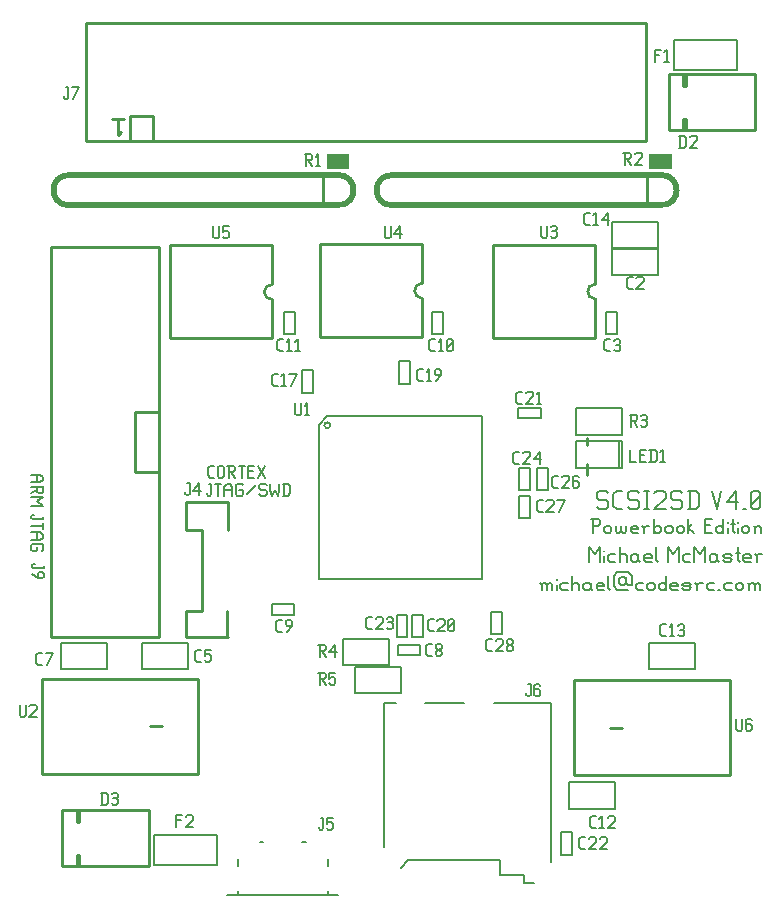
<source format=gto>
G04 start of page 13 for group -4079 idx -4079 *
G04 Title: (unknown), topsilk *
G04 Creator: pcb 20110918 *
G04 CreationDate: Wed 26 Feb 2014 10:51:57 GMT UTC *
G04 For: michael *
G04 Format: Gerber/RS-274X *
G04 PCB-Dimensions: 275000 304000 *
G04 PCB-Coordinate-Origin: lower left *
%MOIN*%
%FSLAX25Y25*%
%LNTOPSILK*%
%ADD145C,0.0200*%
%ADD144C,0.0080*%
%ADD143C,0.0060*%
%ADD142C,0.0100*%
%ADD141C,0.0001*%
G54D141*G36*
X232000Y260000D02*X239500D01*
Y255000D01*
X232000D01*
Y260000D01*
G37*
G36*
X124500D02*X132000D01*
Y255000D01*
X124500D01*
Y260000D01*
G37*
G54D142*X211300Y156400D02*Y153000D01*
Y163000D02*Y165100D01*
G54D143*X217500Y147500D02*X218250Y146750D01*
X215250Y147500D02*X217500D01*
X214500Y146750D02*X215250Y147500D01*
X214500Y146750D02*Y145250D01*
X215250Y144500D01*
X217500D01*
X218250Y143750D01*
Y142250D01*
X217500Y141500D02*X218250Y142250D01*
X215250Y141500D02*X217500D01*
X214500Y142250D02*X215250Y141500D01*
X221100D02*X223050D01*
X220050Y142550D02*X221100Y141500D01*
X220050Y146450D02*Y142550D01*
Y146450D02*X221100Y147500D01*
X223050D01*
X227850D02*X228600Y146750D01*
X225600Y147500D02*X227850D01*
X224850Y146750D02*X225600Y147500D01*
X224850Y146750D02*Y145250D01*
X225600Y144500D01*
X227850D01*
X228600Y143750D01*
Y142250D01*
X227850Y141500D02*X228600Y142250D01*
X225600Y141500D02*X227850D01*
X224850Y142250D02*X225600Y141500D01*
X230400Y147500D02*X231900D01*
X231150D02*Y141500D01*
X230400D02*X231900D01*
X233700Y146750D02*X234450Y147500D01*
X236700D01*
X237450Y146750D01*
Y145250D01*
X233700Y141500D02*X237450Y145250D01*
X233700Y141500D02*X237450D01*
X242250Y147500D02*X243000Y146750D01*
X240000Y147500D02*X242250D01*
X239250Y146750D02*X240000Y147500D01*
X239250Y146750D02*Y145250D01*
X240000Y144500D01*
X242250D01*
X243000Y143750D01*
Y142250D01*
X242250Y141500D02*X243000Y142250D01*
X240000Y141500D02*X242250D01*
X239250Y142250D02*X240000Y141500D01*
X245550Y147500D02*Y141500D01*
X247500Y147500D02*X248550Y146450D01*
Y142550D01*
X247500Y141500D02*X248550Y142550D01*
X244800Y141500D02*X247500D01*
X244800Y147500D02*X247500D01*
X253050D02*X254550Y141500D01*
X256050Y147500D01*
X257850Y143750D02*X260850Y147500D01*
X257850Y143750D02*X261600D01*
X260850Y147500D02*Y141500D01*
X263400D02*X264150D01*
X265950Y142250D02*X266700Y141500D01*
X265950Y146750D02*Y142250D01*
Y146750D02*X266700Y147500D01*
X268200D01*
X268950Y146750D01*
Y142250D01*
X268200Y141500D02*X268950Y142250D01*
X266700Y141500D02*X268200D01*
X265950Y143000D02*X268950Y146000D01*
X213100Y138300D02*Y133500D01*
X212500Y138300D02*X214900D01*
X215500Y137700D01*
Y136500D01*
X214900Y135900D02*X215500Y136500D01*
X213100Y135900D02*X214900D01*
X216940Y135300D02*Y134100D01*
Y135300D02*X217540Y135900D01*
X218740D01*
X219340Y135300D01*
Y134100D01*
X218740Y133500D02*X219340Y134100D01*
X217540Y133500D02*X218740D01*
X216940Y134100D02*X217540Y133500D01*
X220780Y135900D02*Y134100D01*
X221380Y133500D01*
X221980D01*
X222580Y134100D01*
Y135900D02*Y134100D01*
X223180Y133500D01*
X223780D01*
X224380Y134100D01*
Y135900D02*Y134100D01*
X226420Y133500D02*X228220D01*
X225820Y134100D02*X226420Y133500D01*
X225820Y135300D02*Y134100D01*
Y135300D02*X226420Y135900D01*
X227620D01*
X228220Y135300D01*
X225820Y134700D02*X228220D01*
Y135300D02*Y134700D01*
X230260Y135300D02*Y133500D01*
Y135300D02*X230860Y135900D01*
X232060D01*
X229660D02*X230260Y135300D01*
X233500Y138300D02*Y133500D01*
Y134100D02*X234100Y133500D01*
X235300D01*
X235900Y134100D01*
Y135300D02*Y134100D01*
X235300Y135900D02*X235900Y135300D01*
X234100Y135900D02*X235300D01*
X233500Y135300D02*X234100Y135900D01*
X237340Y135300D02*Y134100D01*
Y135300D02*X237940Y135900D01*
X239140D01*
X239740Y135300D01*
Y134100D01*
X239140Y133500D02*X239740Y134100D01*
X237940Y133500D02*X239140D01*
X237340Y134100D02*X237940Y133500D01*
X241180Y135300D02*Y134100D01*
Y135300D02*X241780Y135900D01*
X242980D01*
X243580Y135300D01*
Y134100D01*
X242980Y133500D02*X243580Y134100D01*
X241780Y133500D02*X242980D01*
X241180Y134100D02*X241780Y133500D01*
X245020Y138300D02*Y133500D01*
Y135300D02*X246820Y133500D01*
X245020Y135300D02*X246220Y136500D01*
X250420Y136140D02*X252220D01*
X250420Y133500D02*X252820D01*
X250420Y138300D02*Y133500D01*
Y138300D02*X252820D01*
X256660D02*Y133500D01*
X256060D02*X256660Y134100D01*
X254860Y133500D02*X256060D01*
X254260Y134100D02*X254860Y133500D01*
X254260Y135300D02*Y134100D01*
Y135300D02*X254860Y135900D01*
X256060D01*
X256660Y135300D01*
X258100Y137100D02*Y136980D01*
Y135300D02*Y133500D01*
X259900Y138300D02*Y134100D01*
X260500Y133500D01*
X259300Y136500D02*X260500D01*
X261700Y137100D02*Y136980D01*
Y135300D02*Y133500D01*
X262900Y135300D02*Y134100D01*
Y135300D02*X263500Y135900D01*
X264700D01*
X265300Y135300D01*
Y134100D01*
X264700Y133500D02*X265300Y134100D01*
X263500Y133500D02*X264700D01*
X262900Y134100D02*X263500Y133500D01*
X267340Y135300D02*Y133500D01*
Y135300D02*X267940Y135900D01*
X268540D01*
X269140Y135300D01*
Y133500D01*
X266740Y135900D02*X267340Y135300D01*
X212000Y128800D02*Y124000D01*
Y128800D02*X213800Y126400D01*
X215600Y128800D01*
Y124000D01*
X217040Y127600D02*Y127480D01*
Y125800D02*Y124000D01*
X218840Y126400D02*X220640D01*
X218240Y125800D02*X218840Y126400D01*
X218240Y125800D02*Y124600D01*
X218840Y124000D01*
X220640D01*
X222080Y128800D02*Y124000D01*
Y125800D02*X222680Y126400D01*
X223880D01*
X224480Y125800D01*
Y124000D01*
X227720Y126400D02*X228320Y125800D01*
X226520Y126400D02*X227720D01*
X225920Y125800D02*X226520Y126400D01*
X225920Y125800D02*Y124600D01*
X226520Y124000D01*
X228320Y126400D02*Y124600D01*
X228920Y124000D01*
X226520D02*X227720D01*
X228320Y124600D01*
X230960Y124000D02*X232760D01*
X230360Y124600D02*X230960Y124000D01*
X230360Y125800D02*Y124600D01*
Y125800D02*X230960Y126400D01*
X232160D01*
X232760Y125800D01*
X230360Y125200D02*X232760D01*
Y125800D02*Y125200D01*
X234200Y128800D02*Y124600D01*
X234800Y124000D01*
X238160Y128800D02*Y124000D01*
Y128800D02*X239960Y126400D01*
X241760Y128800D01*
Y124000D01*
X243800Y126400D02*X245600D01*
X243200Y125800D02*X243800Y126400D01*
X243200Y125800D02*Y124600D01*
X243800Y124000D01*
X245600D01*
X247040Y128800D02*Y124000D01*
Y128800D02*X248840Y126400D01*
X250640Y128800D01*
Y124000D01*
X253880Y126400D02*X254480Y125800D01*
X252680Y126400D02*X253880D01*
X252080Y125800D02*X252680Y126400D01*
X252080Y125800D02*Y124600D01*
X252680Y124000D01*
X254480Y126400D02*Y124600D01*
X255080Y124000D01*
X252680D02*X253880D01*
X254480Y124600D01*
X257120Y124000D02*X258920D01*
X259520Y124600D01*
X258920Y125200D02*X259520Y124600D01*
X257120Y125200D02*X258920D01*
X256520Y125800D02*X257120Y125200D01*
X256520Y125800D02*X257120Y126400D01*
X258920D01*
X259520Y125800D01*
X256520Y124600D02*X257120Y124000D01*
X261560Y128800D02*Y124600D01*
X262160Y124000D01*
X260960Y127000D02*X262160D01*
X263960Y124000D02*X265760D01*
X263360Y124600D02*X263960Y124000D01*
X263360Y125800D02*Y124600D01*
Y125800D02*X263960Y126400D01*
X265160D01*
X265760Y125800D01*
X263360Y125200D02*X265760D01*
Y125800D02*Y125200D01*
X267800Y125800D02*Y124000D01*
Y125800D02*X268400Y126400D01*
X269600D01*
X267200D02*X267800Y125800D01*
X196100Y116300D02*Y114500D01*
Y116300D02*X196700Y116900D01*
X197300D01*
X197900Y116300D01*
Y114500D01*
Y116300D02*X198500Y116900D01*
X199100D01*
X199700Y116300D01*
Y114500D01*
X195500Y116900D02*X196100Y116300D01*
X201140Y118100D02*Y117980D01*
Y116300D02*Y114500D01*
X202940Y116900D02*X204740D01*
X202340Y116300D02*X202940Y116900D01*
X202340Y116300D02*Y115100D01*
X202940Y114500D01*
X204740D01*
X206180Y119300D02*Y114500D01*
Y116300D02*X206780Y116900D01*
X207980D01*
X208580Y116300D01*
Y114500D01*
X211820Y116900D02*X212420Y116300D01*
X210620Y116900D02*X211820D01*
X210020Y116300D02*X210620Y116900D01*
X210020Y116300D02*Y115100D01*
X210620Y114500D01*
X212420Y116900D02*Y115100D01*
X213020Y114500D01*
X210620D02*X211820D01*
X212420Y115100D01*
X215060Y114500D02*X216860D01*
X214460Y115100D02*X215060Y114500D01*
X214460Y116300D02*Y115100D01*
Y116300D02*X215060Y116900D01*
X216260D01*
X216860Y116300D01*
X214460Y115700D02*X216860D01*
Y116300D02*Y115700D01*
X218300Y119300D02*Y115100D01*
X218900Y114500D01*
X220100Y119300D02*Y115700D01*
X221300Y114500D01*
X224900D01*
X226100Y119300D02*Y116300D01*
Y119300D02*X224900Y120500D01*
X221300D02*X224900D01*
X221300D02*X220100Y119300D01*
X221900Y118100D02*Y116900D01*
X222500Y116300D01*
X223700D01*
X224300Y116900D01*
X224900Y116300D01*
X224300Y118700D02*Y116900D01*
Y118100D02*X223700Y118700D01*
X222500D02*X223700D01*
X222500D02*X221900Y118100D01*
X224900Y116300D02*X226100D01*
X228140Y116900D02*X229940D01*
X227540Y116300D02*X228140Y116900D01*
X227540Y116300D02*Y115100D01*
X228140Y114500D01*
X229940D01*
X231380Y116300D02*Y115100D01*
Y116300D02*X231980Y116900D01*
X233180D01*
X233780Y116300D01*
Y115100D01*
X233180Y114500D02*X233780Y115100D01*
X231980Y114500D02*X233180D01*
X231380Y115100D02*X231980Y114500D01*
X237620Y119300D02*Y114500D01*
X237020D02*X237620Y115100D01*
X235820Y114500D02*X237020D01*
X235220Y115100D02*X235820Y114500D01*
X235220Y116300D02*Y115100D01*
Y116300D02*X235820Y116900D01*
X237020D01*
X237620Y116300D01*
X239660Y114500D02*X241460D01*
X239060Y115100D02*X239660Y114500D01*
X239060Y116300D02*Y115100D01*
Y116300D02*X239660Y116900D01*
X240860D01*
X241460Y116300D01*
X239060Y115700D02*X241460D01*
Y116300D02*Y115700D01*
X243500Y114500D02*X245300D01*
X245900Y115100D01*
X245300Y115700D02*X245900Y115100D01*
X243500Y115700D02*X245300D01*
X242900Y116300D02*X243500Y115700D01*
X242900Y116300D02*X243500Y116900D01*
X245300D01*
X245900Y116300D01*
X242900Y115100D02*X243500Y114500D01*
X247940Y116300D02*Y114500D01*
Y116300D02*X248540Y116900D01*
X249740D01*
X247340D02*X247940Y116300D01*
X251780Y116900D02*X253580D01*
X251180Y116300D02*X251780Y116900D01*
X251180Y116300D02*Y115100D01*
X251780Y114500D01*
X253580D01*
X255020D02*X255620D01*
X257660Y116900D02*X259460D01*
X257060Y116300D02*X257660Y116900D01*
X257060Y116300D02*Y115100D01*
X257660Y114500D01*
X259460D01*
X260900Y116300D02*Y115100D01*
Y116300D02*X261500Y116900D01*
X262700D01*
X263300Y116300D01*
Y115100D01*
X262700Y114500D02*X263300Y115100D01*
X261500Y114500D02*X262700D01*
X260900Y115100D02*X261500Y114500D01*
X265340Y116300D02*Y114500D01*
Y116300D02*X265940Y116900D01*
X266540D01*
X267140Y116300D01*
Y114500D01*
Y116300D02*X267740Y116900D01*
X268340D01*
X268940Y116300D01*
Y114500D01*
X264740Y116900D02*X265340Y116300D01*
X85200Y150000D02*X86000D01*
Y146500D01*
X85500Y146000D02*X86000Y146500D01*
X85000Y146000D02*X85500D01*
X84500Y146500D02*X85000Y146000D01*
X84500Y147000D02*Y146500D01*
X87200Y150000D02*X89200D01*
X88200D02*Y146000D01*
X90400Y149000D02*Y146000D01*
Y149000D02*X91100Y150000D01*
X92200D01*
X92900Y149000D01*
Y146000D01*
X90400Y148000D02*X92900D01*
X96100Y150000D02*X96600Y149500D01*
X94600Y150000D02*X96100D01*
X94100Y149500D02*X94600Y150000D01*
X94100Y149500D02*Y146500D01*
X94600Y146000D01*
X96100D01*
X96600Y146500D01*
Y147500D02*Y146500D01*
X96100Y148000D02*X96600Y147500D01*
X95100Y148000D02*X96100D01*
X97800Y146500D02*X100800Y149500D01*
X104000Y150000D02*X104500Y149500D01*
X102500Y150000D02*X104000D01*
X102000Y149500D02*X102500Y150000D01*
X102000Y149500D02*Y148500D01*
X102500Y148000D01*
X104000D01*
X104500Y147500D01*
Y146500D01*
X104000Y146000D02*X104500Y146500D01*
X102500Y146000D02*X104000D01*
X102000Y146500D02*X102500Y146000D01*
X105700Y150000D02*Y148000D01*
X106200Y146000D01*
X107200Y148000D01*
X108200Y146000D01*
X108700Y148000D01*
Y150000D02*Y148000D01*
X110400Y150000D02*Y146000D01*
X111700Y150000D02*X112400Y149300D01*
Y146700D01*
X111700Y146000D02*X112400Y146700D01*
X109900Y146000D02*X111700D01*
X109900Y150000D02*X111700D01*
X26000Y153000D02*X29000D01*
X30000Y152300D01*
Y151200D01*
X29000Y150500D01*
X26000D02*X29000D01*
X28000Y153000D02*Y150500D01*
X30000Y149300D02*Y147300D01*
X29500Y146800D01*
X28500D02*X29500D01*
X28000Y147300D02*X28500Y146800D01*
X28000Y148800D02*Y147300D01*
X26000Y148800D02*X30000D01*
X28000Y148000D02*X26000Y146800D01*
Y145600D02*X30000D01*
X28000Y144100D01*
X30000Y142600D01*
X26000D02*X30000D01*
Y138900D02*Y138100D01*
X26500D02*X30000D01*
X26000Y138600D02*X26500Y138100D01*
X26000Y139100D02*Y138600D01*
X26500Y139600D02*X26000Y139100D01*
X26500Y139600D02*X27000D01*
X30000Y136900D02*Y134900D01*
X26000Y135900D02*X30000D01*
X26000Y133700D02*X29000D01*
X30000Y133000D01*
Y131900D01*
X29000Y131200D01*
X26000D02*X29000D01*
X28000Y133700D02*Y131200D01*
X30000Y128000D02*X29500Y127500D01*
X30000Y129500D02*Y128000D01*
X29500Y130000D02*X30000Y129500D01*
X26500Y130000D02*X29500D01*
X26500D02*X26000Y129500D01*
Y128000D01*
X26500Y127500D01*
X27500D01*
X28000Y128000D02*X27500Y127500D01*
X28000Y129000D02*Y128000D01*
X85700Y152000D02*X87000D01*
X85000Y152700D02*X85700Y152000D01*
X85000Y155300D02*Y152700D01*
Y155300D02*X85700Y156000D01*
X87000D01*
X88200Y155500D02*Y152500D01*
Y155500D02*X88700Y156000D01*
X89700D01*
X90200Y155500D01*
Y152500D01*
X89700Y152000D02*X90200Y152500D01*
X88700Y152000D02*X89700D01*
X88200Y152500D02*X88700Y152000D01*
X91400Y156000D02*X93400D01*
X93900Y155500D01*
Y154500D01*
X93400Y154000D02*X93900Y154500D01*
X91900Y154000D02*X93400D01*
X91900Y156000D02*Y152000D01*
X92700Y154000D02*X93900Y152000D01*
X95100Y156000D02*X97100D01*
X96100D02*Y152000D01*
X98300Y154200D02*X99800D01*
X98300Y152000D02*X100300D01*
X98300Y156000D02*Y152000D01*
Y156000D02*X100300D01*
X101500Y152000D02*X104000Y156000D01*
X101500D02*X104000Y152000D01*
X202729Y33772D02*X206272D01*
X202729D02*Y26292D01*
X206272D01*
Y33772D02*Y26292D01*
G54D144*X205300Y50400D02*Y41600D01*
X220700D01*
Y50400D01*
X205300D01*
X231800Y96900D02*Y88100D01*
X247200D01*
Y96900D02*Y88100D01*
X231800Y96900D02*X247200D01*
G54D143*X148228Y92729D02*Y96272D01*
X155708Y92729D02*X148228D01*
X155708Y96272D02*Y92729D01*
X148228Y96272D02*X155708D01*
G54D142*X207044Y52970D02*X259044D01*
X207044Y84470D02*Y52970D01*
Y84470D02*X259044D01*
Y52970D01*
X219044Y68470D02*X223044D01*
X32647Y128739D02*X32600Y128692D01*
Y98700D01*
X68600D01*
Y228700D02*Y98700D01*
X32608Y228692D02*Y128700D01*
Y228692D02*X32600Y228700D01*
X68600D01*
X60600Y173700D02*X68600D01*
X60600D02*Y153700D01*
X68600D01*
X72200Y229350D02*X106200D01*
X72200D02*Y198350D01*
X106200D01*
Y229350D02*Y216350D01*
Y211350D02*Y198350D01*
Y216350D02*G75*G03X106200Y211350I0J-2500D01*G01*
G54D145*X38400Y252800D02*X128400D01*
X38400Y242800D02*X128400D01*
G54D142*X123400Y252800D02*Y242800D01*
G54D145*X128400D02*G75*G03X128400Y252800I0J5000D01*G01*
X38400D02*G75*G03X38400Y242800I0J-5000D01*G01*
G54D144*X133941Y88878D02*Y80078D01*
X149341D01*
Y88878D01*
X133941D01*
G54D143*X182088Y19343D02*X190088D01*
X182088Y24343D02*Y19343D01*
X151588Y24343D02*X182088D01*
X151588D02*X149088Y21843D01*
X190088Y19343D02*Y16843D01*
X193588D01*
X199088Y76843D02*Y23843D01*
X180088Y76843D02*X199088D01*
X157088D02*X170088D01*
X143588D02*X147588D01*
X143588D02*Y28843D01*
X91378Y12759D02*X128386D01*
X94921Y14137D02*Y12759D01*
Y24767D02*Y22602D01*
X125039Y14137D02*Y12759D01*
Y24767D02*Y22602D01*
X102204Y30476D02*X103386D01*
X116181D02*X117559D01*
G54D144*X129900Y98300D02*Y89500D01*
X145300D01*
Y98300D01*
X129900D01*
G54D143*X179228Y99728D02*X182771D01*
Y107208D02*Y99728D01*
X179228Y107208D02*X182771D01*
X179228D02*Y99728D01*
X188728Y147791D02*X192271D01*
Y155271D02*Y147791D01*
X188728Y155271D02*X192271D01*
X188728D02*Y147791D01*
X188722Y145902D02*X192265D01*
X188722D02*Y138422D01*
X192265D01*
Y145902D02*Y138422D01*
G54D142*X29573Y84762D02*X81573D01*
Y53262D01*
X29573D02*X81573D01*
X29573Y84762D02*Y53262D01*
X65573Y69262D02*X69573D01*
G54D144*X51200Y96900D02*Y88100D01*
X35800Y96900D02*X51200D01*
X35800D02*Y88100D01*
X51200D01*
X62800Y96900D02*Y88100D01*
X78200D01*
Y96900D02*Y88100D01*
X62800Y96900D02*X78200D01*
X87900Y32700D02*Y22700D01*
X66900Y32700D02*X87900D01*
X66900D02*Y22700D01*
X87900D01*
G54D142*X36362Y41252D02*Y22354D01*
X65102D01*
Y41252D02*Y22354D01*
X36362Y41252D02*X65102D01*
X41086D02*Y37315D01*
X41874D01*
Y40464D02*Y37315D01*
X41086Y26291D02*Y22354D01*
Y26291D02*X41874D01*
Y23141D01*
X122300Y229750D02*X156300D01*
X122300D02*Y198750D01*
X156300D01*
Y229750D02*Y216750D01*
Y211750D02*Y198750D01*
Y216750D02*G75*G03X156300Y211750I0J-2500D01*G01*
X44196Y303536D02*X230810D01*
X44196D02*Y264166D01*
X230810D01*
Y303536D02*Y264166D01*
X66637Y272434D02*Y264166D01*
X58763Y272434D02*X66637D01*
X58763D02*Y264166D01*
X56007Y267316D02*X54826Y266135D01*
Y271647D02*Y266135D01*
X52857Y271647D02*X56794D01*
G54D143*X110228Y199728D02*X113771D01*
Y207208D02*Y199728D01*
X110228Y207208D02*X113771D01*
X110228D02*Y199728D01*
G54D144*X222859Y175122D02*Y166322D01*
X207459Y175122D02*X222859D01*
X207459D02*Y166322D01*
X222859D01*
G54D145*X146100Y252800D02*X236100D01*
X146100Y242800D02*X236100D01*
G54D142*X231100Y252800D02*Y242800D01*
G54D145*X236100D02*G75*G03X236100Y252800I0J5000D01*G01*
X146100D02*G75*G03X146100Y242800I0J-5000D01*G01*
G54D144*X219541Y228178D02*Y219378D01*
X234941D01*
Y228178D01*
X219541D01*
X219600Y237300D02*Y228500D01*
X235000D01*
Y237300D01*
X219600D01*
G54D142*X238562Y286581D02*Y267683D01*
X267302D01*
Y286581D02*Y267683D01*
X238562Y286581D02*X267302D01*
X243286D02*Y282644D01*
X244074D01*
Y285793D02*Y282644D01*
X243286Y271620D02*Y267683D01*
Y271620D02*X244074D01*
Y268470D01*
G54D144*X240141Y297878D02*Y287878D01*
X261141D01*
Y297878D01*
X240141D01*
G54D142*X77628Y98741D02*X91428D01*
X77628Y143741D02*X91428D01*
Y134647D01*
X91434Y134641D01*
X91334Y107541D02*Y98741D01*
X77634Y143741D02*Y134641D01*
Y107441D02*Y98741D01*
Y134641D02*X83034D01*
Y107441D01*
X77634D02*X83034D01*
G54D144*X124682Y172337D02*X176100D01*
Y118019D01*
X121782D01*
Y169437D01*
X124682Y172337D01*
X123682Y169437D02*G75*G03X123682Y169437I1000J0D01*G01*
G54D143*X113709Y109771D02*Y106228D01*
X106229Y109771D02*X113709D01*
X106229D02*Y106228D01*
X113709D01*
X152935Y106222D02*X156478D01*
X152935D02*Y98742D01*
X156478D01*
Y106222D02*Y98742D01*
X147792Y106272D02*X151335D01*
X147792D02*Y98792D01*
X151335D01*
Y106272D02*Y98792D01*
G54D144*X222900Y164100D02*Y155300D01*
X207500Y164100D02*X222900D01*
X207500D02*Y155300D01*
X222900D01*
X221900Y164100D02*Y155300D01*
G54D142*X180000Y229500D02*X214000D01*
X180000D02*Y198500D01*
X214000D01*
Y229500D02*Y216500D01*
Y211500D02*Y198500D01*
Y216500D02*G75*G03X214000Y211500I0J-2500D01*G01*
G54D143*X194728Y147791D02*X198271D01*
Y155271D02*Y147791D01*
X194728Y155271D02*X198271D01*
X194728D02*Y147791D01*
X188291Y171729D02*Y175272D01*
X195771Y171729D02*X188291D01*
X195771Y175272D02*Y171729D01*
X188291Y175272D02*X195771D01*
X217728Y199728D02*X221271D01*
Y207208D02*Y199728D01*
X217728Y207208D02*X221271D01*
X217728D02*Y199728D01*
X148728Y183228D02*X152271D01*
Y190708D02*Y183228D01*
X148728Y190708D02*X152271D01*
X148728D02*Y183228D01*
X159728Y199728D02*X163271D01*
Y207208D02*Y199728D01*
X159728Y207208D02*X163271D01*
X159728D02*Y199728D01*
X116228Y180291D02*X119771D01*
Y187771D02*Y180291D01*
X116228Y187771D02*X119771D01*
X116228D02*Y180291D01*
X143750Y235800D02*Y232300D01*
X144250Y231800D01*
X145250D01*
X145750Y232300D01*
Y235800D02*Y232300D01*
X146950Y233300D02*X148950Y235800D01*
X146950Y233300D02*X149450D01*
X148950Y235800D02*Y231800D01*
X86650Y235700D02*Y232200D01*
X87150Y231700D01*
X88150D01*
X88650Y232200D01*
Y235700D02*Y232200D01*
X89850Y235700D02*X91850D01*
X89850D02*Y233700D01*
X90350Y234200D01*
X91350D01*
X91850Y233700D01*
Y232200D01*
X91350Y231700D02*X91850Y232200D01*
X90350Y231700D02*X91350D01*
X89850Y232200D02*X90350Y231700D01*
X117100Y259700D02*X119100D01*
X119600Y259200D01*
Y258200D01*
X119100Y257700D02*X119600Y258200D01*
X117600Y257700D02*X119100D01*
X117600Y259700D02*Y255700D01*
X118400Y257700D02*X119600Y255700D01*
X120800Y258900D02*X121600Y259700D01*
Y255700D01*
X120800D02*X122300D01*
X155265Y184035D02*X156565D01*
X154565Y184735D02*X155265Y184035D01*
X154565Y187335D02*Y184735D01*
Y187335D02*X155265Y188035D01*
X156565D01*
X157765Y187235D02*X158565Y188035D01*
Y184035D01*
X157765D02*X159265D01*
X160965D02*X162465Y186035D01*
Y187535D02*Y186035D01*
X161965Y188035D02*X162465Y187535D01*
X160965Y188035D02*X161965D01*
X160465Y187535D02*X160965Y188035D01*
X160465Y187535D02*Y186535D01*
X160965Y186035D01*
X162465D01*
X159265Y194035D02*X160565D01*
X158565Y194735D02*X159265Y194035D01*
X158565Y197335D02*Y194735D01*
Y197335D02*X159265Y198035D01*
X160565D01*
X161765Y197235D02*X162565Y198035D01*
Y194035D01*
X161765D02*X163265D01*
X164465Y194535D02*X164965Y194035D01*
X164465Y197535D02*Y194535D01*
Y197535D02*X164965Y198035D01*
X165965D01*
X166465Y197535D01*
Y194535D01*
X165965Y194035D02*X166465Y194535D01*
X164965Y194035D02*X165965D01*
X164465Y195035D02*X166465Y197035D01*
X37500Y282003D02*X38300D01*
Y278503D01*
X37800Y278003D02*X38300Y278503D01*
X37300Y278003D02*X37800D01*
X36800Y278503D02*X37300Y278003D01*
X36800Y279003D02*Y278503D01*
X40000Y278003D02*X42000Y282003D01*
X39500D02*X42000D01*
X30100Y122500D02*Y121700D01*
X26600D02*X30100D01*
X26100Y122200D02*X26600Y121700D01*
X26100Y122700D02*Y122200D01*
X26600Y123200D02*X26100Y122700D01*
X26600Y123200D02*X27100D01*
X26100Y120000D02*X28100Y118500D01*
X29600D01*
X30100Y119000D02*X29600Y118500D01*
X30100Y120000D02*Y119000D01*
X29600Y120500D02*X30100Y120000D01*
X28600Y120500D02*X29600D01*
X28600D02*X28100Y120000D01*
Y118500D01*
X77959Y150034D02*X78759D01*
Y146534D01*
X78259Y146034D02*X78759Y146534D01*
X77759Y146034D02*X78259D01*
X77259Y146534D02*X77759Y146034D01*
X77259Y147034D02*Y146534D01*
X79959Y147534D02*X81959Y150034D01*
X79959Y147534D02*X82459D01*
X81959Y150034D02*Y146034D01*
X113941Y176678D02*Y173178D01*
X114441Y172678D01*
X115441D01*
X115941Y173178D01*
Y176678D02*Y173178D01*
X117141Y175878D02*X117941Y176678D01*
Y172678D01*
X117141D02*X118641D01*
X108765Y194035D02*X110065D01*
X108065Y194735D02*X108765Y194035D01*
X108065Y197335D02*Y194735D01*
Y197335D02*X108765Y198035D01*
X110065D01*
X111265Y197235D02*X112065Y198035D01*
Y194035D01*
X111265D02*X112765D01*
X113965Y197235D02*X114765Y198035D01*
Y194035D01*
X113965D02*X115465D01*
X106828Y182535D02*X108128D01*
X106128Y183235D02*X106828Y182535D01*
X106128Y185835D02*Y183235D01*
Y185835D02*X106828Y186535D01*
X108128D01*
X109328Y185735D02*X110128Y186535D01*
Y182535D01*
X109328D02*X110828D01*
X112528D02*X114528Y186535D01*
X112028D02*X114528D01*
X209265Y28035D02*X210565D01*
X208565Y28735D02*X209265Y28035D01*
X208565Y31335D02*Y28735D01*
Y31335D02*X209265Y32035D01*
X210565D01*
X211765Y31535D02*X212265Y32035D01*
X213765D01*
X214265Y31535D01*
Y30535D01*
X211765Y28035D02*X214265Y30535D01*
X211765Y28035D02*X214265D01*
X215465Y31535D02*X215965Y32035D01*
X217465D01*
X217965Y31535D01*
Y30535D01*
X215465Y28035D02*X217965Y30535D01*
X215465Y28035D02*X217965D01*
X212900Y35100D02*X214200D01*
X212200Y35800D02*X212900Y35100D01*
X212200Y38400D02*Y35800D01*
Y38400D02*X212900Y39100D01*
X214200D01*
X215400Y38300D02*X216200Y39100D01*
Y35100D01*
X215400D02*X216900D01*
X218100Y38600D02*X218600Y39100D01*
X220100D01*
X220600Y38600D01*
Y37600D01*
X218100Y35100D02*X220600Y37600D01*
X218100Y35100D02*X220600D01*
X236400Y99100D02*X237700D01*
X235700Y99800D02*X236400Y99100D01*
X235700Y102400D02*Y99800D01*
Y102400D02*X236400Y103100D01*
X237700D01*
X238900Y102300D02*X239700Y103100D01*
Y99100D01*
X238900D02*X240400D01*
X241600Y102600D02*X242100Y103100D01*
X243100D01*
X243600Y102600D01*
X243100Y99100D02*X243600Y99600D01*
X242100Y99100D02*X243100D01*
X241600Y99600D02*X242100Y99100D01*
Y101300D02*X243100D01*
X243600Y102600D02*Y101800D01*
Y100800D02*Y99600D01*
Y100800D02*X243100Y101300D01*
X243600Y101800D02*X243100Y101300D01*
X260956Y71530D02*Y68030D01*
X261456Y67530D01*
X262456D01*
X262956Y68030D01*
Y71530D02*Y68030D01*
X265656Y71530D02*X266156Y71030D01*
X264656Y71530D02*X265656D01*
X264156Y71030D02*X264656Y71530D01*
X264156Y71030D02*Y68030D01*
X264656Y67530D01*
X265656Y69730D02*X266156Y69230D01*
X264156Y69730D02*X265656D01*
X264656Y67530D02*X265656D01*
X266156Y68030D01*
Y69230D02*Y68030D01*
X122474Y38666D02*X123274D01*
Y35166D01*
X122774Y34666D02*X123274Y35166D01*
X122274Y34666D02*X122774D01*
X121774Y35166D02*X122274Y34666D01*
X121774Y35666D02*Y35166D01*
X124474Y38666D02*X126474D01*
X124474D02*Y36666D01*
X124974Y37166D01*
X125974D01*
X126474Y36666D01*
Y35166D01*
X125974Y34666D02*X126474Y35166D01*
X124974Y34666D02*X125974D01*
X124474Y35166D02*X124974Y34666D01*
X178265Y94035D02*X179565D01*
X177565Y94735D02*X178265Y94035D01*
X177565Y97335D02*Y94735D01*
Y97335D02*X178265Y98035D01*
X179565D01*
X180765Y97535D02*X181265Y98035D01*
X182765D01*
X183265Y97535D01*
Y96535D01*
X180765Y94035D02*X183265Y96535D01*
X180765Y94035D02*X183265D01*
X184465Y94535D02*X184965Y94035D01*
X184465Y95335D02*Y94535D01*
Y95335D02*X185165Y96035D01*
X185765D01*
X186465Y95335D01*
Y94535D01*
X185965Y94035D02*X186465Y94535D01*
X184965Y94035D02*X185965D01*
X184465Y96735D02*X185165Y96035D01*
X184465Y97535D02*Y96735D01*
Y97535D02*X184965Y98035D01*
X185965D01*
X186465Y97535D01*
Y96735D01*
X185765Y96035D02*X186465Y96735D01*
X225600Y161300D02*Y157300D01*
X227600D01*
X228800Y159500D02*X230300D01*
X228800Y157300D02*X230800D01*
X228800Y161300D02*Y157300D01*
Y161300D02*X230800D01*
X232500D02*Y157300D01*
X233800Y161300D02*X234500Y160600D01*
Y158000D01*
X233800Y157300D02*X234500Y158000D01*
X232000Y157300D02*X233800D01*
X232000Y161300D02*X233800D01*
X235700Y160500D02*X236500Y161300D01*
Y157300D01*
X235700D02*X237200D01*
X225441Y172878D02*X227441D01*
X227941Y172378D01*
Y171378D01*
X227441Y170878D02*X227941Y171378D01*
X225941Y170878D02*X227441D01*
X225941Y172878D02*Y168878D01*
X226741Y170878D02*X227941Y168878D01*
X229141Y172378D02*X229641Y172878D01*
X230641D01*
X231141Y172378D01*
X230641Y168878D02*X231141Y169378D01*
X229641Y168878D02*X230641D01*
X229141Y169378D02*X229641Y168878D01*
Y171078D02*X230641D01*
X231141Y172378D02*Y171578D01*
Y170578D02*Y169378D01*
Y170578D02*X230641Y171078D01*
X231141Y171578D02*X230641Y171078D01*
X217765Y194035D02*X219065D01*
X217065Y194735D02*X217765Y194035D01*
X217065Y197335D02*Y194735D01*
Y197335D02*X217765Y198035D01*
X219065D01*
X220265Y197535D02*X220765Y198035D01*
X221765D01*
X222265Y197535D01*
X221765Y194035D02*X222265Y194535D01*
X220765Y194035D02*X221765D01*
X220265Y194535D02*X220765Y194035D01*
Y196235D02*X221765D01*
X222265Y197535D02*Y196735D01*
Y195735D02*Y194535D01*
Y195735D02*X221765Y196235D01*
X222265Y196735D02*X221765Y196235D01*
X200328Y148535D02*X201628D01*
X199628Y149235D02*X200328Y148535D01*
X199628Y151835D02*Y149235D01*
Y151835D02*X200328Y152535D01*
X201628D01*
X202828Y152035D02*X203328Y152535D01*
X204828D01*
X205328Y152035D01*
Y151035D01*
X202828Y148535D02*X205328Y151035D01*
X202828Y148535D02*X205328D01*
X208028Y152535D02*X208528Y152035D01*
X207028Y152535D02*X208028D01*
X206528Y152035D02*X207028Y152535D01*
X206528Y152035D02*Y149035D01*
X207028Y148535D01*
X208028Y150735D02*X208528Y150235D01*
X206528Y150735D02*X208028D01*
X207028Y148535D02*X208028D01*
X208528Y149035D01*
Y150235D02*Y149035D01*
X188328Y176535D02*X189628D01*
X187628Y177235D02*X188328Y176535D01*
X187628Y179835D02*Y177235D01*
Y179835D02*X188328Y180535D01*
X189628D01*
X190828Y180035D02*X191328Y180535D01*
X192828D01*
X193328Y180035D01*
Y179035D01*
X190828Y176535D02*X193328Y179035D01*
X190828Y176535D02*X193328D01*
X194528Y179735D02*X195328Y180535D01*
Y176535D01*
X194528D02*X196028D01*
X196000Y236000D02*Y232500D01*
X196500Y232000D01*
X197500D01*
X198000Y232500D01*
Y236000D02*Y232500D01*
X199200Y235500D02*X199700Y236000D01*
X200700D01*
X201200Y235500D01*
X200700Y232000D02*X201200Y232500D01*
X199700Y232000D02*X200700D01*
X199200Y232500D02*X199700Y232000D01*
Y234200D02*X200700D01*
X201200Y235500D02*Y234700D01*
Y233700D02*Y232500D01*
Y233700D02*X200700Y234200D01*
X201200Y234700D02*X200700Y234200D01*
X223400Y260200D02*X225400D01*
X225900Y259700D01*
Y258700D01*
X225400Y258200D02*X225900Y258700D01*
X223900Y258200D02*X225400D01*
X223900Y260200D02*Y256200D01*
X224700Y258200D02*X225900Y256200D01*
X227100Y259700D02*X227600Y260200D01*
X229100D01*
X229600Y259700D01*
Y258700D01*
X227100Y256200D02*X229600Y258700D01*
X227100Y256200D02*X229600D01*
X225141Y214878D02*X226441D01*
X224441Y215578D02*X225141Y214878D01*
X224441Y218178D02*Y215578D01*
Y218178D02*X225141Y218878D01*
X226441D01*
X227641Y218378D02*X228141Y218878D01*
X229641D01*
X230141Y218378D01*
Y217378D01*
X227641Y214878D02*X230141Y217378D01*
X227641Y214878D02*X230141D01*
X210900Y236300D02*X212200D01*
X210200Y237000D02*X210900Y236300D01*
X210200Y239600D02*Y237000D01*
Y239600D02*X210900Y240300D01*
X212200D01*
X213400Y239500D02*X214200Y240300D01*
Y236300D01*
X213400D02*X214900D01*
X216100Y237800D02*X218100Y240300D01*
X216100Y237800D02*X218600D01*
X218100Y240300D02*Y236300D01*
X242280Y265838D02*Y261838D01*
X243580Y265838D02*X244280Y265138D01*
Y262538D01*
X243580Y261838D02*X244280Y262538D01*
X241780Y261838D02*X243580D01*
X241780Y265838D02*X243580D01*
X245480Y265338D02*X245980Y265838D01*
X247480D01*
X247980Y265338D01*
Y264338D01*
X245480Y261838D02*X247980Y264338D01*
X245480Y261838D02*X247980D01*
X233741Y294578D02*Y290578D01*
Y294578D02*X235741D01*
X233741Y292778D02*X235241D01*
X236941Y293778D02*X237741Y294578D01*
Y290578D01*
X236941D02*X238441D01*
X187328Y156535D02*X188628D01*
X186628Y157235D02*X187328Y156535D01*
X186628Y159835D02*Y157235D01*
Y159835D02*X187328Y160535D01*
X188628D01*
X189828Y160035D02*X190328Y160535D01*
X191828D01*
X192328Y160035D01*
Y159035D01*
X189828Y156535D02*X192328Y159035D01*
X189828Y156535D02*X192328D01*
X193528Y158035D02*X195528Y160535D01*
X193528Y158035D02*X196028D01*
X195528Y160535D02*Y156535D01*
X195135Y140528D02*X196435D01*
X194435Y141228D02*X195135Y140528D01*
X194435Y143828D02*Y141228D01*
Y143828D02*X195135Y144528D01*
X196435D01*
X197635Y144028D02*X198135Y144528D01*
X199635D01*
X200135Y144028D01*
Y143028D01*
X197635Y140528D02*X200135Y143028D01*
X197635Y140528D02*X200135D01*
X201835D02*X203835Y144528D01*
X201335D02*X203835D01*
X121641Y86978D02*X123641D01*
X124141Y86478D01*
Y85478D01*
X123641Y84978D02*X124141Y85478D01*
X122141Y84978D02*X123641D01*
X122141Y86978D02*Y82978D01*
X122941Y84978D02*X124141Y82978D01*
X125341Y86978D02*X127341D01*
X125341D02*Y84978D01*
X125841Y85478D01*
X126841D01*
X127341Y84978D01*
Y83478D01*
X126841Y82978D02*X127341Y83478D01*
X125841Y82978D02*X126841D01*
X125341Y83478D02*X125841Y82978D01*
X191612Y83157D02*X192412D01*
Y79657D01*
X191912Y79157D02*X192412Y79657D01*
X191412Y79157D02*X191912D01*
X190912Y79657D02*X191412Y79157D01*
X190912Y80157D02*Y79657D01*
X195112Y83157D02*X195612Y82657D01*
X194112Y83157D02*X195112D01*
X193612Y82657D02*X194112Y83157D01*
X193612Y82657D02*Y79657D01*
X194112Y79157D01*
X195112Y81357D02*X195612Y80857D01*
X193612Y81357D02*X195112D01*
X194112Y79157D02*X195112D01*
X195612Y79657D01*
Y80857D02*Y79657D01*
X22073Y76262D02*Y72762D01*
X22573Y72262D01*
X23573D01*
X24073Y72762D01*
Y76262D02*Y72762D01*
X25273Y75762D02*X25773Y76262D01*
X27273D01*
X27773Y75762D01*
Y74762D01*
X25273Y72262D02*X27773Y74762D01*
X25273Y72262D02*X27773D01*
X121600Y96200D02*X123600D01*
X124100Y95700D01*
Y94700D01*
X123600Y94200D02*X124100Y94700D01*
X122100Y94200D02*X123600D01*
X122100Y96200D02*Y92200D01*
X122900Y94200D02*X124100Y92200D01*
X125300Y93700D02*X127300Y96200D01*
X125300Y93700D02*X127800D01*
X127300Y96200D02*Y92200D01*
X108328Y100535D02*X109628D01*
X107628Y101235D02*X108328Y100535D01*
X107628Y103835D02*Y101235D01*
Y103835D02*X108328Y104535D01*
X109628D01*
X111328Y100535D02*X112828Y102535D01*
Y104035D02*Y102535D01*
X112328Y104535D02*X112828Y104035D01*
X111328Y104535D02*X112328D01*
X110828Y104035D02*X111328Y104535D01*
X110828Y104035D02*Y103035D01*
X111328Y102535D01*
X112828D01*
X158265Y92535D02*X159565D01*
X157565Y93235D02*X158265Y92535D01*
X157565Y95835D02*Y93235D01*
Y95835D02*X158265Y96535D01*
X159565D01*
X160765Y93035D02*X161265Y92535D01*
X160765Y93835D02*Y93035D01*
Y93835D02*X161465Y94535D01*
X162065D01*
X162765Y93835D01*
Y93035D01*
X162265Y92535D02*X162765Y93035D01*
X161265Y92535D02*X162265D01*
X160765Y95235D02*X161465Y94535D01*
X160765Y96035D02*Y95235D01*
Y96035D02*X161265Y96535D01*
X162265D01*
X162765Y96035D01*
Y95235D01*
X162065Y94535D02*X162765Y95235D01*
X158815Y100741D02*X160115D01*
X158115Y101441D02*X158815Y100741D01*
X158115Y104041D02*Y101441D01*
Y104041D02*X158815Y104741D01*
X160115D01*
X161315Y104241D02*X161815Y104741D01*
X163315D01*
X163815Y104241D01*
Y103241D01*
X161315Y100741D02*X163815Y103241D01*
X161315Y100741D02*X163815D01*
X165015Y101241D02*X165515Y100741D01*
X165015Y104241D02*Y101241D01*
Y104241D02*X165515Y104741D01*
X166515D01*
X167015Y104241D01*
Y101241D01*
X166515Y100741D02*X167015Y101241D01*
X165515Y100741D02*X166515D01*
X165015Y101741D02*X167015Y103741D01*
X138265Y101472D02*X139565D01*
X137565Y102172D02*X138265Y101472D01*
X137565Y104772D02*Y102172D01*
Y104772D02*X138265Y105472D01*
X139565D01*
X140765Y104972D02*X141265Y105472D01*
X142765D01*
X143265Y104972D01*
Y103972D01*
X140765Y101472D02*X143265Y103972D01*
X140765Y101472D02*X143265D01*
X144465Y104972D02*X144965Y105472D01*
X145965D01*
X146465Y104972D01*
X145965Y101472D02*X146465Y101972D01*
X144965Y101472D02*X145965D01*
X144465Y101972D02*X144965Y101472D01*
Y103672D02*X145965D01*
X146465Y104972D02*Y104172D01*
Y103172D02*Y101972D01*
Y103172D02*X145965Y103672D01*
X146465Y104172D02*X145965Y103672D01*
X74300Y39500D02*Y35500D01*
Y39500D02*X76300D01*
X74300Y37700D02*X75800D01*
X77500Y39000D02*X78000Y39500D01*
X79500D01*
X80000Y39000D01*
Y38000D01*
X77500Y35500D02*X80000Y38000D01*
X77500Y35500D02*X80000D01*
X49639Y46867D02*Y42867D01*
X50939Y46867D02*X51639Y46167D01*
Y43567D01*
X50939Y42867D02*X51639Y43567D01*
X49139Y42867D02*X50939D01*
X49139Y46867D02*X50939D01*
X52839Y46367D02*X53339Y46867D01*
X54339D01*
X54839Y46367D01*
X54339Y42867D02*X54839Y43367D01*
X53339Y42867D02*X54339D01*
X52839Y43367D02*X53339Y42867D01*
Y45067D02*X54339D01*
X54839Y46367D02*Y45567D01*
Y44567D02*Y43367D01*
Y44567D02*X54339Y45067D01*
X54839Y45567D02*X54339Y45067D01*
X28400Y89600D02*X29700D01*
X27700Y90300D02*X28400Y89600D01*
X27700Y92900D02*Y90300D01*
Y92900D02*X28400Y93600D01*
X29700D01*
X31400Y89600D02*X33400Y93600D01*
X30900D02*X33400D01*
X81400Y90600D02*X82700D01*
X80700Y91300D02*X81400Y90600D01*
X80700Y93900D02*Y91300D01*
Y93900D02*X81400Y94600D01*
X82700D01*
X83900D02*X85900D01*
X83900D02*Y92600D01*
X84400Y93100D01*
X85400D01*
X85900Y92600D01*
Y91100D01*
X85400Y90600D02*X85900Y91100D01*
X84400Y90600D02*X85400D01*
X83900Y91100D02*X84400Y90600D01*
M02*

</source>
